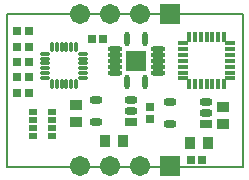
<source format=gts>
%FSLAX25Y25*%
%MOIN*%
G70*
G01*
G75*
G04 Layer_Color=8388736*
%ADD10R,0.02756X0.03347*%
%ADD11R,0.03347X0.02756*%
%ADD12O,0.03543X0.01969*%
%ADD13O,0.03543X0.01969*%
%ADD14R,0.03543X0.01969*%
%ADD15R,0.02362X0.02362*%
%ADD16R,0.02200X0.01378*%
%ADD17O,0.01102X0.03937*%
%ADD18O,0.03937X0.01102*%
%ADD19R,0.05906X0.05906*%
%ADD20R,0.02362X0.02362*%
%ADD21O,0.02400X0.00800*%
%ADD22O,0.00800X0.02400*%
%ADD23O,0.02756X0.00787*%
%ADD24O,0.00787X0.02756*%
%ADD25C,0.00600*%
%ADD26C,0.01000*%
%ADD27C,0.02000*%
%ADD28C,0.00800*%
%ADD29C,0.01500*%
%ADD30C,0.00500*%
%ADD31C,0.05906*%
%ADD32C,0.02000*%
%ADD33C,0.00787*%
%ADD34C,0.00984*%
%ADD35R,0.03556X0.04147*%
%ADD36R,0.04147X0.03556*%
%ADD37O,0.04343X0.02769*%
%ADD38O,0.04343X0.02769*%
%ADD39R,0.04343X0.02769*%
%ADD40R,0.03162X0.03162*%
%ADD41R,0.03000X0.02178*%
%ADD42O,0.01902X0.04737*%
%ADD43O,0.04737X0.01902*%
%ADD44R,0.06706X0.06706*%
%ADD45R,0.03162X0.03162*%
%ADD46O,0.03200X0.01600*%
%ADD47O,0.01600X0.03200*%
%ADD48O,0.03556X0.01587*%
%ADD49O,0.01587X0.03556*%
%ADD50C,0.06706*%
D30*
X0Y-51181D02*
Y0D01*
Y-51181D02*
X78740D01*
Y0D01*
X0D02*
X78740D01*
D35*
X32800Y-42500D02*
D03*
X38706D02*
D03*
X67000Y-43000D02*
D03*
X61094D02*
D03*
D36*
X23000Y-30300D02*
D03*
Y-36206D02*
D03*
X72000Y-31000D02*
D03*
Y-36906D02*
D03*
D37*
X41500Y-28720D02*
D03*
Y-32460D02*
D03*
X29689Y-28720D02*
D03*
X66400Y-29420D02*
D03*
Y-33160D02*
D03*
X54589Y-29420D02*
D03*
D38*
X29689Y-36200D02*
D03*
X54589Y-36900D02*
D03*
D39*
X41500Y-36200D02*
D03*
X66400Y-36900D02*
D03*
D40*
X32237Y-8300D02*
D03*
X28300D02*
D03*
X7400Y-5900D02*
D03*
X3463D02*
D03*
X65237Y-48700D02*
D03*
X61300D02*
D03*
X7400Y-21200D02*
D03*
X3463D02*
D03*
X7400Y-11000D02*
D03*
X3463D02*
D03*
Y-16100D02*
D03*
X7400D02*
D03*
X3463Y-26300D02*
D03*
X7400D02*
D03*
D41*
X8650Y-32961D02*
D03*
Y-35520D02*
D03*
Y-38080D02*
D03*
Y-40639D02*
D03*
X14950D02*
D03*
Y-38080D02*
D03*
Y-35520D02*
D03*
Y-32961D02*
D03*
D42*
X46153Y-22787D02*
D03*
Y-8613D02*
D03*
X40247D02*
D03*
Y-22787D02*
D03*
D43*
X50287Y-19637D02*
D03*
Y-17669D02*
D03*
Y-15700D02*
D03*
Y-13732D02*
D03*
Y-11763D02*
D03*
X36113D02*
D03*
Y-13732D02*
D03*
Y-15700D02*
D03*
Y-17669D02*
D03*
Y-19637D02*
D03*
D44*
X43200Y-15700D02*
D03*
X54370Y-200D02*
D03*
Y-50681D02*
D03*
D45*
X47900Y-31063D02*
D03*
Y-35000D02*
D03*
D46*
X25301Y-13463D02*
D03*
Y-15038D02*
D03*
Y-16613D02*
D03*
Y-18187D02*
D03*
Y-19762D02*
D03*
Y-21337D02*
D03*
X12899D02*
D03*
Y-19762D02*
D03*
Y-18187D02*
D03*
Y-16613D02*
D03*
Y-15038D02*
D03*
Y-13463D02*
D03*
D47*
X23037Y-23601D02*
D03*
X21462D02*
D03*
X19887D02*
D03*
X18313D02*
D03*
X16738D02*
D03*
X15163D02*
D03*
Y-11199D02*
D03*
X16738D02*
D03*
X18313D02*
D03*
X19887D02*
D03*
X21462D02*
D03*
X23037D02*
D03*
D48*
X74474Y-21606D02*
D03*
Y-19637D02*
D03*
Y-17669D02*
D03*
Y-15700D02*
D03*
Y-13732D02*
D03*
Y-11763D02*
D03*
Y-9794D02*
D03*
X58726D02*
D03*
Y-11763D02*
D03*
Y-13732D02*
D03*
Y-15700D02*
D03*
Y-17669D02*
D03*
Y-19637D02*
D03*
Y-21606D02*
D03*
D49*
X72505Y-7826D02*
D03*
X70537D02*
D03*
X68568D02*
D03*
X66600D02*
D03*
X64631D02*
D03*
X62663D02*
D03*
X60694D02*
D03*
Y-23574D02*
D03*
X62663D02*
D03*
X64631D02*
D03*
X66600D02*
D03*
X68568D02*
D03*
X70537D02*
D03*
X72505D02*
D03*
D50*
X24370Y-200D02*
D03*
X34370D02*
D03*
X44370D02*
D03*
X24370Y-50681D02*
D03*
X34370D02*
D03*
X44370D02*
D03*
M02*

</source>
